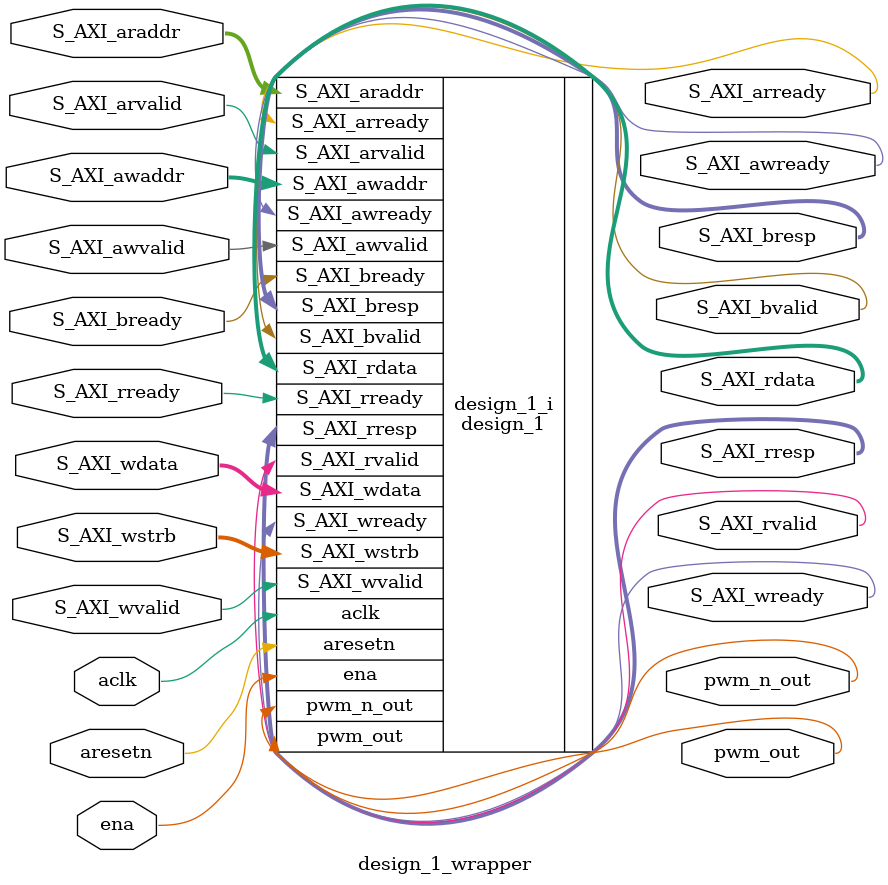
<source format=v>
`timescale 1 ps / 1 ps

module design_1_wrapper
   (S_AXI_araddr,
    S_AXI_arready,
    S_AXI_arvalid,
    S_AXI_awaddr,
    S_AXI_awready,
    S_AXI_awvalid,
    S_AXI_bready,
    S_AXI_bresp,
    S_AXI_bvalid,
    S_AXI_rdata,
    S_AXI_rready,
    S_AXI_rresp,
    S_AXI_rvalid,
    S_AXI_wdata,
    S_AXI_wready,
    S_AXI_wstrb,
    S_AXI_wvalid,
    aclk,
    aresetn,
    ena,
    pwm_n_out,
    pwm_out);
  input [31:0]S_AXI_araddr;
  output S_AXI_arready;
  input S_AXI_arvalid;
  input [31:0]S_AXI_awaddr;
  output S_AXI_awready;
  input S_AXI_awvalid;
  input S_AXI_bready;
  output [1:0]S_AXI_bresp;
  output S_AXI_bvalid;
  output [31:0]S_AXI_rdata;
  input S_AXI_rready;
  output [1:0]S_AXI_rresp;
  output S_AXI_rvalid;
  input [31:0]S_AXI_wdata;
  output S_AXI_wready;
  input [3:0]S_AXI_wstrb;
  input S_AXI_wvalid;
  input aclk;
  input aresetn;
  input ena;
  output [0:0]pwm_n_out;
  output [0:0]pwm_out;

  wire [31:0]S_AXI_araddr;
  wire S_AXI_arready;
  wire S_AXI_arvalid;
  wire [31:0]S_AXI_awaddr;
  wire S_AXI_awready;
  wire S_AXI_awvalid;
  wire S_AXI_bready;
  wire [1:0]S_AXI_bresp;
  wire S_AXI_bvalid;
  wire [31:0]S_AXI_rdata;
  wire S_AXI_rready;
  wire [1:0]S_AXI_rresp;
  wire S_AXI_rvalid;
  wire [31:0]S_AXI_wdata;
  wire S_AXI_wready;
  wire [3:0]S_AXI_wstrb;
  wire S_AXI_wvalid;
  wire aclk;
  wire aresetn;
  wire ena;
  wire [0:0]pwm_n_out;
  wire [0:0]pwm_out;

  design_1 design_1_i
       (.S_AXI_araddr(S_AXI_araddr),
        .S_AXI_arready(S_AXI_arready),
        .S_AXI_arvalid(S_AXI_arvalid),
        .S_AXI_awaddr(S_AXI_awaddr),
        .S_AXI_awready(S_AXI_awready),
        .S_AXI_awvalid(S_AXI_awvalid),
        .S_AXI_bready(S_AXI_bready),
        .S_AXI_bresp(S_AXI_bresp),
        .S_AXI_bvalid(S_AXI_bvalid),
        .S_AXI_rdata(S_AXI_rdata),
        .S_AXI_rready(S_AXI_rready),
        .S_AXI_rresp(S_AXI_rresp),
        .S_AXI_rvalid(S_AXI_rvalid),
        .S_AXI_wdata(S_AXI_wdata),
        .S_AXI_wready(S_AXI_wready),
        .S_AXI_wstrb(S_AXI_wstrb),
        .S_AXI_wvalid(S_AXI_wvalid),
        .aclk(aclk),
        .aresetn(aresetn),
        .ena(ena),
        .pwm_n_out(pwm_n_out),
        .pwm_out(pwm_out));
endmodule

</source>
